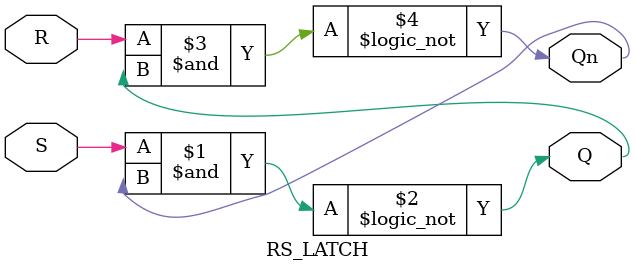
<source format=v>
`timescale 1ns / 1ns
module RS_LATCH (R, S, Q, Qn);
input R, S; //inputs
output Q, Qn; //outputs

assign #10 Q = !(S & Qn); //assign state 
assign #10 Qn = !(R & Q); //assign statement for Qn

endmodule
</source>
